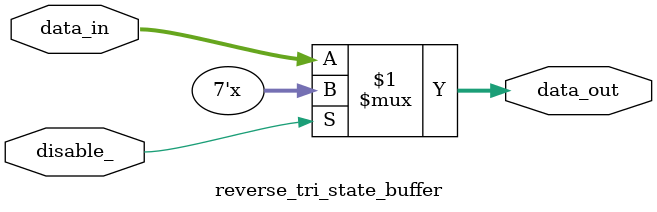
<source format=v>
module reverse_tri_state_buffer(
           input wire [6:0] data_in,
           input wire disable_,
           output wire [6:0] data_out
       );

assign data_out = disable_ ? 7'bZZZZZZZ : data_in;

endmodule

</source>
